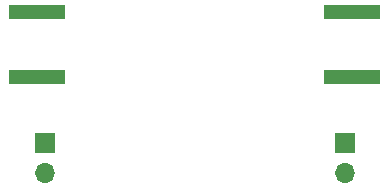
<source format=gbr>
%TF.GenerationSoftware,KiCad,Pcbnew,7.0.8*%
%TF.CreationDate,2024-03-05T13:27:26-05:00*%
%TF.ProjectId,NewLow,4e65774c-6f77-42e6-9b69-6361645f7063,rev?*%
%TF.SameCoordinates,Original*%
%TF.FileFunction,Soldermask,Bot*%
%TF.FilePolarity,Negative*%
%FSLAX46Y46*%
G04 Gerber Fmt 4.6, Leading zero omitted, Abs format (unit mm)*
G04 Created by KiCad (PCBNEW 7.0.8) date 2024-03-05 13:27:26*
%MOMM*%
%LPD*%
G01*
G04 APERTURE LIST*
G04 Aperture macros list*
%AMRoundRect*
0 Rectangle with rounded corners*
0 $1 Rounding radius*
0 $2 $3 $4 $5 $6 $7 $8 $9 X,Y pos of 4 corners*
0 Add a 4 corners polygon primitive as box body*
4,1,4,$2,$3,$4,$5,$6,$7,$8,$9,$2,$3,0*
0 Add four circle primitives for the rounded corners*
1,1,$1+$1,$2,$3*
1,1,$1+$1,$4,$5*
1,1,$1+$1,$6,$7*
1,1,$1+$1,$8,$9*
0 Add four rect primitives between the rounded corners*
20,1,$1+$1,$2,$3,$4,$5,0*
20,1,$1+$1,$4,$5,$6,$7,0*
20,1,$1+$1,$6,$7,$8,$9,0*
20,1,$1+$1,$8,$9,$2,$3,0*%
G04 Aperture macros list end*
%ADD10RoundRect,0.102000X-2.280000X0.500000X-2.280000X-0.500000X2.280000X-0.500000X2.280000X0.500000X0*%
%ADD11RoundRect,0.102000X2.280000X-0.500000X2.280000X0.500000X-2.280000X0.500000X-2.280000X-0.500000X0*%
%ADD12R,1.700000X1.700000*%
%ADD13O,1.700000X1.700000*%
G04 APERTURE END LIST*
D10*
%TO.C,REF\u002A\u002A*%
X73546500Y-60732750D03*
X73546500Y-66272750D03*
%TD*%
D11*
%TO.C,REF\u002A\u002A*%
X100189500Y-66267250D03*
X100189500Y-60727250D03*
%TD*%
D12*
%TO.C,REF\u002A\u002A*%
X99568000Y-71882000D03*
D13*
X99568000Y-74422000D03*
%TD*%
D12*
%TO.C,REF\u002A\u002A*%
X74168000Y-71882000D03*
D13*
X74168000Y-74422000D03*
%TD*%
M02*

</source>
